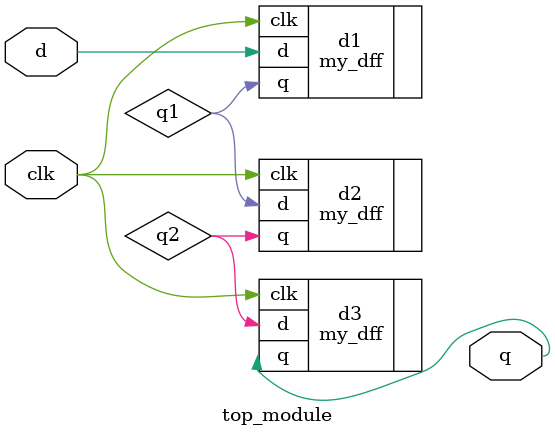
<source format=v>
module top_module (
    input clk,
    input d,
    output q
);
    // module my_dff ( input clk, input d, output q );
    // interconnects
    wire q1, q2;

    // three FF
    my_dff d1(.clk(clk), .d(d), .q(q1));
    my_dff d2(.clk(clk), .d(q1), .q(q2));
    my_dff d3(.clk(clk), .d(q2), .q(q));
endmodule
</source>
